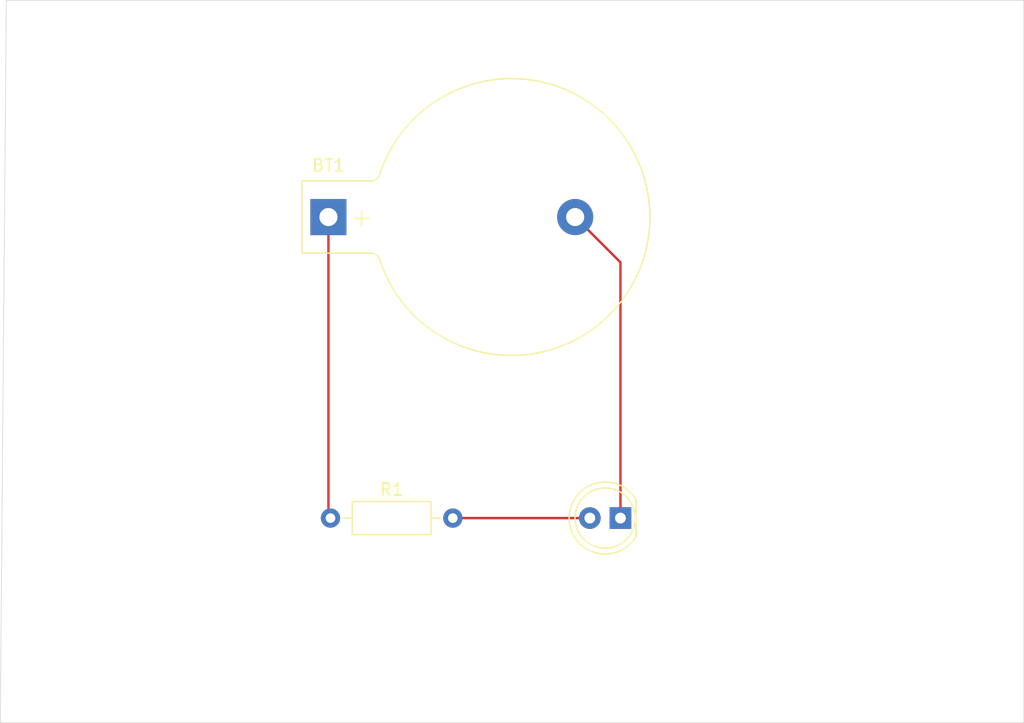
<source format=kicad_pcb>
(kicad_pcb (version 20240108) (generator "pcbnew") (generator_version "8.0")
  (layers (0 "F.Cu" signal) (31 "B.Cu" signal) (34 "B.Paste" user) (35 "F.Paste" user) (36 "B.SilkS" user "B.Silkscreen") (37 "F.SilkS" user "F.Silkscreen") (38 "B.Mask" user) (39 "F.Mask" user) (44 "Edge.Cuts" user))
  (net 0 "")
  (net 1 "Net-(BT1-+)")
  (net 2 "Net-(BT1--)")
  (net 3 "Net-(D1-A)")
  (footprint "Resistor_THT:R_Axial_DIN0207_L6.3mm_D2.5mm_P10.16mm_Horizontal" (layer "F.Cu") (at 127.42 108)
    (property "Reference" "R1" (at 5.08 -2.37 0) (layer "F.SilkS"))
    (property "Value" "500")
    (fp_line (start 1.04 0) (end 1.81 0) (stroke (width 0.12)) (layer "F.SilkS"))
    (fp_line (start 1.81 -1.37) (end 1.81 1.37) (stroke (width 0.12)) (layer "F.SilkS"))
    (fp_line (start 1.81 1.37) (end 8.35 1.37) (stroke (width 0.12)) (layer "F.SilkS"))
    (fp_line (start 8.35 -1.37) (end 1.81 -1.37) (stroke (width 0.12)) (layer "F.SilkS"))
    (fp_line (start 8.35 1.37) (end 8.35 -1.37) (stroke (width 0.12)) (layer "F.SilkS"))
    (fp_line (start 9.12 0) (end 8.35 0) (stroke (width 0.12)) (layer "F.SilkS"))
    (pad "1" thru_hole circle (at 0 0) (size 1.6 1.6) (drill 0.8) (layers "*.Cu" "*.Mask") (net 1 "Net-(BT1-+)"))
    (pad "2" thru_hole oval (at 10.16 0) (size 1.6 1.6) (drill 0.8) (layers "*.Cu" "*.Mask") (net 3 "Net-(D1-A)"))
  )
  (footprint "LED_THT:LED_D5.0mm" (layer "F.Cu") (at 151.5 108 180)
    (property "Reference" "D1" (hide yes))
    (property "Value" "1.6V RED")
    (fp_line (start -1.29 -1.545) (end -1.29 1.545) (stroke (width 0.12)) (layer "F.SilkS"))
    (fp_arc (start 4.26 -0.000462) (mid 2.072002 2.880433) (end -1.29 1.54483) (stroke (width 0.12)) (layer "F.SilkS"))
    (fp_arc (start -1.29 -1.54483) (mid 2.072002 -2.880433) (end 4.26 0.000462) (stroke (width 0.12)) (layer "F.SilkS"))
    (fp_circle (center 1.27 0) (end 3.77 0) (stroke (width 0.12)) (fill none) (layer "F.SilkS"))
    (pad "1" thru_hole rect (at 0 0 180) (size 1.8 1.8) (drill 0.9) (layers "*.Cu" "*.Mask") (net 2 "Net-(BT1--)"))
    (pad "2" thru_hole circle (at 2.54 0 180) (size 1.8 1.8) (drill 0.9) (layers "*.Cu" "*.Mask") (net 3 "Net-(D1-A)"))
  )
  (footprint "Battery:BatteryHolder_Keystone_103_1x20mm" (layer "F.Cu") (at 127.25 82.999999)
    (property "Reference" "BT1" (at 0 -4.3 0) (layer "F.SilkS"))
    (property "Value" "9V")
    (fp_line (start -2.2 -3) (end 3.5 -3) (stroke (width 0.12)) (layer "F.SilkS"))
    (fp_line (start -2.2 3) (end -2.2 -3) (stroke (width 0.12)) (layer "F.SilkS"))
    (fp_line (start -2.2 3) (end 3.5 3) (stroke (width 0.12)) (layer "F.SilkS"))
    (fp_arc (start 3.5 3) (mid 3.950694 3.136459) (end 4.25 3.5) (stroke (width 0.12)) (layer "F.SilkS"))
    (fp_arc (start 4.25 -3.5) (mid 3.950694 -3.136459) (end 3.5 -3) (stroke (width 0.12)) (layer "F.SilkS"))
    (fp_arc (start 4.25 -3.5) (mid 16.971103 -11.358466) (end 26.695671 0) (stroke (width 0.12)) (layer "F.SilkS"))
    (fp_arc (start 26.695671 0) (mid 16.971103 11.358466) (end 4.25 3.5) (stroke (width 0.12)) (layer "F.SilkS"))
    (fp_text user "+" (at 2.75 0 0) (layer "F.SilkS") (effects (font (size 1.5 1.5))))
    (pad "1" thru_hole rect (at 0 0) (size 3 3) (drill 1.5) (layers "*.Cu" "*.Mask") (net 1 "Net-(BT1-+)"))
    (pad "2" thru_hole circle (at 20.49 0) (size 3 3) (drill 1.5) (layers "*.Cu" "*.Mask") (net 2 "Net-(BT1--)"))
  )
  (gr_poly (pts (xy 100.5 65) (xy 185 65) (xy 185 125) (xy 100 125)) (stroke (width 0.05)) (fill none) (layer "Edge.Cuts"))
  (segment (start 127.25 107.83) (end 127.42 108) (width 0.2) (layer "F.Cu") (net 1))
  (segment (start 127.25 82.999999) (end 127.25 107.83) (width 0.2) (layer "F.Cu") (net 1))
  (segment (start 151.5 108) (end 151.5 86.759999) (width 0.2) (layer "F.Cu") (net 2))
  (segment (start 151.5 86.759999) (end 147.74 82.999999) (width 0.2) (layer "F.Cu") (net 2))
  (segment (start 137.58 108) (end 148.96 108) (width 0.2) (layer "F.Cu") (net 3))
)
</source>
